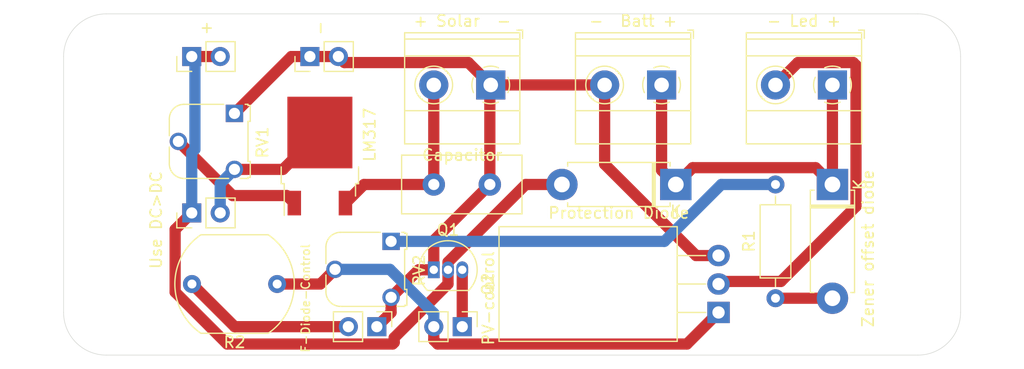
<source format=kicad_pcb>
(kicad_pcb (version 20171130) (host pcbnew 5.1.6)

  (general
    (thickness 1.6)
    (drawings 8)
    (tracks 73)
    (zones 0)
    (modules 22)
    (nets 13)
  )

  (page A4)
  (layers
    (0 F.Cu signal)
    (31 B.Cu signal)
    (32 B.Adhes user)
    (33 F.Adhes user)
    (34 B.Paste user)
    (35 F.Paste user)
    (36 B.SilkS user)
    (37 F.SilkS user)
    (38 B.Mask user)
    (39 F.Mask user)
    (40 Dwgs.User user)
    (41 Cmts.User user)
    (42 Eco1.User user)
    (43 Eco2.User user)
    (44 Edge.Cuts user)
    (45 Margin user)
    (46 B.CrtYd user)
    (47 F.CrtYd user)
    (48 B.Fab user)
    (49 F.Fab user)
  )

  (setup
    (last_trace_width 1)
    (user_trace_width 0.25)
    (user_trace_width 1)
    (trace_clearance 0.2)
    (zone_clearance 0.508)
    (zone_45_only no)
    (trace_min 0.2)
    (via_size 0.8)
    (via_drill 0.4)
    (via_min_size 0.4)
    (via_min_drill 0.3)
    (uvia_size 0.3)
    (uvia_drill 0.1)
    (uvias_allowed no)
    (uvia_min_size 0.2)
    (uvia_min_drill 0.1)
    (edge_width 0.05)
    (segment_width 0.2)
    (pcb_text_width 0.3)
    (pcb_text_size 1.5 1.5)
    (mod_edge_width 0.12)
    (mod_text_size 1 1)
    (mod_text_width 0.15)
    (pad_size 1.524 1.524)
    (pad_drill 0.762)
    (pad_to_mask_clearance 0.05)
    (aux_axis_origin 0 0)
    (visible_elements FFFFFF7F)
    (pcbplotparams
      (layerselection 0x010fc_ffffffff)
      (usegerberextensions false)
      (usegerberattributes true)
      (usegerberadvancedattributes true)
      (creategerberjobfile true)
      (excludeedgelayer true)
      (linewidth 0.100000)
      (plotframeref false)
      (viasonmask false)
      (mode 1)
      (useauxorigin false)
      (hpglpennumber 1)
      (hpglpenspeed 20)
      (hpglpendiameter 15.000000)
      (psnegative false)
      (psa4output false)
      (plotreference true)
      (plotvalue true)
      (plotinvisibletext false)
      (padsonsilk false)
      (subtractmaskfromsilk false)
      (outputformat 1)
      (mirror false)
      (drillshape 0)
      (scaleselection 1)
      (outputdirectory ""))
  )

  (net 0 "")
  (net 1 "Net-(C1-Pad2)")
  (net 2 "Net-(C1-Pad1)")
  (net 3 "Net-(D1-Pad2)")
  (net 4 "Net-(D1-Pad1)")
  (net 5 "Net-(D2-Pad2)")
  (net 6 "Net-(J4-Pad2)")
  (net 7 "Net-(J6-Pad2)")
  (net 8 "Net-(R1-Pad2)")
  (net 9 "Net-(RV1-Pad2)")
  (net 10 "Net-(J7-Pad2)")
  (net 11 "Net-(J8-Pad2)")
  (net 12 "Net-(J8-Pad1)")

  (net_class Default "This is the default net class."
    (clearance 0.2)
    (trace_width 0.25)
    (via_dia 0.8)
    (via_drill 0.4)
    (uvia_dia 0.3)
    (uvia_drill 0.1)
    (add_net "Net-(C1-Pad1)")
    (add_net "Net-(C1-Pad2)")
    (add_net "Net-(D1-Pad1)")
    (add_net "Net-(D1-Pad2)")
    (add_net "Net-(D2-Pad2)")
    (add_net "Net-(J4-Pad2)")
    (add_net "Net-(J6-Pad2)")
    (add_net "Net-(J7-Pad2)")
    (add_net "Net-(J8-Pad1)")
    (add_net "Net-(J8-Pad2)")
    (add_net "Net-(R1-Pad2)")
    (add_net "Net-(RV1-Pad2)")
  )

  (module MountingHole:MountingHole_3.2mm_M3 (layer F.Cu) (tedit 56D1B4CB) (tstamp 5FA70C09)
    (at 210.82 22.86)
    (descr "Mounting Hole 3.2mm, no annular, M3")
    (tags "mounting hole 3.2mm no annular m3")
    (attr virtual)
    (fp_text reference " " (at 0 -4.2) (layer F.SilkS)
      (effects (font (size 1 1) (thickness 0.15)))
    )
    (fp_text value MountingHole_3.2mm_M3 (at 0 4.2) (layer F.Fab)
      (effects (font (size 1 1) (thickness 0.15)))
    )
    (fp_circle (center 0 0) (end 3.45 0) (layer F.CrtYd) (width 0.05))
    (fp_circle (center 0 0) (end 3.2 0) (layer Cmts.User) (width 0.15))
    (fp_text user %R (at 0.3 0) (layer F.Fab)
      (effects (font (size 1 1) (thickness 0.15)))
    )
    (pad 1 np_thru_hole circle (at 0 0) (size 3.2 3.2) (drill 3.2) (layers *.Cu *.Mask))
  )

  (module MountingHole:MountingHole_3.2mm_M3 (layer F.Cu) (tedit 56D1B4CB) (tstamp 5FA70C02)
    (at 210.82 45.72)
    (descr "Mounting Hole 3.2mm, no annular, M3")
    (tags "mounting hole 3.2mm no annular m3")
    (attr virtual)
    (fp_text reference " " (at 0 -4.2) (layer F.SilkS)
      (effects (font (size 1 1) (thickness 0.15)))
    )
    (fp_text value MountingHole_3.2mm_M3 (at 0 4.2) (layer F.Fab)
      (effects (font (size 1 1) (thickness 0.15)))
    )
    (fp_text user %R (at 0.3 0) (layer F.Fab)
      (effects (font (size 1 1) (thickness 0.15)))
    )
    (fp_circle (center 0 0) (end 3.2 0) (layer Cmts.User) (width 0.15))
    (fp_circle (center 0 0) (end 3.45 0) (layer F.CrtYd) (width 0.05))
    (pad 1 np_thru_hole circle (at 0 0) (size 3.2 3.2) (drill 3.2) (layers *.Cu *.Mask))
  )

  (module MountingHole:MountingHole_3.2mm_M3 (layer F.Cu) (tedit 56D1B4CB) (tstamp 5FA70BDD)
    (at 138.43 45.72)
    (descr "Mounting Hole 3.2mm, no annular, M3")
    (tags "mounting hole 3.2mm no annular m3")
    (attr virtual)
    (fp_text reference " " (at 0 -4.2) (layer F.SilkS)
      (effects (font (size 1 1) (thickness 0.15)))
    )
    (fp_text value MountingHole_3.2mm_M3 (at 0 4.2) (layer F.Fab)
      (effects (font (size 1 1) (thickness 0.15)))
    )
    (fp_circle (center 0 0) (end 3.45 0) (layer F.CrtYd) (width 0.05))
    (fp_circle (center 0 0) (end 3.2 0) (layer Cmts.User) (width 0.15))
    (fp_text user %R (at 0.3 0) (layer F.Fab)
      (effects (font (size 1 1) (thickness 0.15)))
    )
    (pad 1 np_thru_hole circle (at 0 0) (size 3.2 3.2) (drill 3.2) (layers *.Cu *.Mask))
  )

  (module MountingHole:MountingHole_3.2mm_M3 (layer F.Cu) (tedit 56D1B4CB) (tstamp 5FA70BD4)
    (at 138.43 22.86)
    (descr "Mounting Hole 3.2mm, no annular, M3")
    (tags "mounting hole 3.2mm no annular m3")
    (attr virtual)
    (fp_text reference " " (at 0 -4.2) (layer F.SilkS)
      (effects (font (size 1 1) (thickness 0.15)))
    )
    (fp_text value MountingHole_3.2mm_M3 (at 0 4.2) (layer F.Fab)
      (effects (font (size 1 1) (thickness 0.15)))
    )
    (fp_text user %R (at 0.3 0) (layer F.Fab)
      (effects (font (size 1 1) (thickness 0.15)))
    )
    (fp_circle (center 0 0) (end 3.2 0) (layer Cmts.User) (width 0.15))
    (fp_circle (center 0 0) (end 3.45 0) (layer F.CrtYd) (width 0.05))
    (pad 1 np_thru_hole circle (at 0 0) (size 3.2 3.2) (drill 3.2) (layers *.Cu *.Mask))
  )

  (module Package_TO_SOT_THT:TO-220-3_Horizontal_TabDown (layer F.Cu) (tedit 5AC8BA0D) (tstamp 5FA3DF57)
    (at 193.04 45.72 90)
    (descr "TO-220-3, Horizontal, RM 2.54mm, see https://www.vishay.com/docs/66542/to-220-1.pdf")
    (tags "TO-220-3 Horizontal RM 2.54mm")
    (path /5FB3A206)
    (fp_text reference Q2 (at 2.54 -20.58 90) (layer F.SilkS)
      (effects (font (size 1 1) (thickness 0.15)))
    )
    (fp_text value IRLZ44N (at 2.54 2 90) (layer F.Fab)
      (effects (font (size 1 1) (thickness 0.15)))
    )
    (fp_text user IRFZ44N (at 2.54 -9.525 90) (layer F.Fab)
      (effects (font (size 1 1) (thickness 0.15)))
    )
    (fp_circle (center 2.54 -16.66) (end 4.39 -16.66) (layer F.Fab) (width 0.1))
    (fp_line (start -2.46 -13.06) (end -2.46 -19.46) (layer F.Fab) (width 0.1))
    (fp_line (start -2.46 -19.46) (end 7.54 -19.46) (layer F.Fab) (width 0.1))
    (fp_line (start 7.54 -19.46) (end 7.54 -13.06) (layer F.Fab) (width 0.1))
    (fp_line (start 7.54 -13.06) (end -2.46 -13.06) (layer F.Fab) (width 0.1))
    (fp_line (start -2.46 -3.81) (end -2.46 -13.06) (layer F.Fab) (width 0.1))
    (fp_line (start -2.46 -13.06) (end 7.54 -13.06) (layer F.Fab) (width 0.1))
    (fp_line (start 7.54 -13.06) (end 7.54 -3.81) (layer F.Fab) (width 0.1))
    (fp_line (start 7.54 -3.81) (end -2.46 -3.81) (layer F.Fab) (width 0.1))
    (fp_line (start 0 -3.81) (end 0 0) (layer F.Fab) (width 0.1))
    (fp_line (start 2.54 -3.81) (end 2.54 0) (layer F.Fab) (width 0.1))
    (fp_line (start 5.08 -3.81) (end 5.08 0) (layer F.Fab) (width 0.1))
    (fp_line (start -2.58 -3.69) (end 7.66 -3.69) (layer F.SilkS) (width 0.12))
    (fp_line (start -2.58 -19.58) (end 7.66 -19.58) (layer F.SilkS) (width 0.12))
    (fp_line (start -2.58 -19.58) (end -2.58 -3.69) (layer F.SilkS) (width 0.12))
    (fp_line (start 7.66 -19.58) (end 7.66 -3.69) (layer F.SilkS) (width 0.12))
    (fp_line (start 0 -3.69) (end 0 -1.15) (layer F.SilkS) (width 0.12))
    (fp_line (start 2.54 -3.69) (end 2.54 -1.15) (layer F.SilkS) (width 0.12))
    (fp_line (start 5.08 -3.69) (end 5.08 -1.15) (layer F.SilkS) (width 0.12))
    (fp_line (start -2.71 -19.71) (end -2.71 1.25) (layer F.CrtYd) (width 0.05))
    (fp_line (start -2.71 1.25) (end 7.79 1.25) (layer F.CrtYd) (width 0.05))
    (fp_line (start 7.79 1.25) (end 7.79 -19.71) (layer F.CrtYd) (width 0.05))
    (fp_line (start 7.79 -19.71) (end -2.71 -19.71) (layer F.CrtYd) (width 0.05))
    (pad 3 thru_hole oval (at 5.08 0 90) (size 1.905 2) (drill 1.1) (layers *.Cu *.Mask)
      (net 1 "Net-(C1-Pad2)"))
    (pad 2 thru_hole oval (at 2.54 0 90) (size 1.905 2) (drill 1.1) (layers *.Cu *.Mask)
      (net 7 "Net-(J6-Pad2)"))
    (pad 1 thru_hole rect (at 0 0 90) (size 1.905 2) (drill 1.1) (layers *.Cu *.Mask)
      (net 11 "Net-(J8-Pad2)"))
    (pad "" np_thru_hole oval (at 2.54 -16.66 90) (size 3.5 3.5) (drill 3.5) (layers *.Cu *.Mask))
    (model ${KISYS3DMOD}/Package_TO_SOT_THT.3dshapes/TO-220-3_Horizontal_TabDown.wrl
      (at (xyz 0 0 0))
      (scale (xyz 1 1 1))
      (rotate (xyz 0 0 0))
    )
  )

  (module Connector_PinHeader_2.54mm:PinHeader_1x02_P2.54mm_Vertical (layer F.Cu) (tedit 59FED5CC) (tstamp 5FA3820D)
    (at 170.18 46.99 270)
    (descr "Through hole straight pin header, 1x02, 2.54mm pitch, single row")
    (tags "Through hole pin header THT 1x02 2.54mm single row")
    (path /5FBA3342)
    (fp_text reference PV-control (at -2.54 -2.33 90) (layer F.SilkS)
      (effects (font (size 1 1) (thickness 0.15)))
    )
    (fp_text value Jumper (at 0 4.87 90) (layer F.Fab)
      (effects (font (size 1 1) (thickness 0.15)))
    )
    (fp_text user %R (at 0 1.27) (layer F.Fab)
      (effects (font (size 1 1) (thickness 0.15)))
    )
    (fp_line (start -0.635 -1.27) (end 1.27 -1.27) (layer F.Fab) (width 0.1))
    (fp_line (start 1.27 -1.27) (end 1.27 3.81) (layer F.Fab) (width 0.1))
    (fp_line (start 1.27 3.81) (end -1.27 3.81) (layer F.Fab) (width 0.1))
    (fp_line (start -1.27 3.81) (end -1.27 -0.635) (layer F.Fab) (width 0.1))
    (fp_line (start -1.27 -0.635) (end -0.635 -1.27) (layer F.Fab) (width 0.1))
    (fp_line (start -1.33 3.87) (end 1.33 3.87) (layer F.SilkS) (width 0.12))
    (fp_line (start -1.33 1.27) (end -1.33 3.87) (layer F.SilkS) (width 0.12))
    (fp_line (start 1.33 1.27) (end 1.33 3.87) (layer F.SilkS) (width 0.12))
    (fp_line (start -1.33 1.27) (end 1.33 1.27) (layer F.SilkS) (width 0.12))
    (fp_line (start -1.33 0) (end -1.33 -1.33) (layer F.SilkS) (width 0.12))
    (fp_line (start -1.33 -1.33) (end 0 -1.33) (layer F.SilkS) (width 0.12))
    (fp_line (start -1.8 -1.8) (end -1.8 4.35) (layer F.CrtYd) (width 0.05))
    (fp_line (start -1.8 4.35) (end 1.8 4.35) (layer F.CrtYd) (width 0.05))
    (fp_line (start 1.8 4.35) (end 1.8 -1.8) (layer F.CrtYd) (width 0.05))
    (fp_line (start 1.8 -1.8) (end -1.8 -1.8) (layer F.CrtYd) (width 0.05))
    (pad 2 thru_hole oval (at 0 2.54 270) (size 1.7 1.7) (drill 1) (layers *.Cu *.Mask)
      (net 11 "Net-(J8-Pad2)"))
    (pad 1 thru_hole rect (at 0 0 270) (size 1.7 1.7) (drill 1) (layers *.Cu *.Mask)
      (net 12 "Net-(J8-Pad1)"))
    (model ${KISYS3DMOD}/Connector_PinHeader_2.54mm.3dshapes/PinHeader_1x02_P2.54mm_Vertical.wrl
      (at (xyz 0 0 0))
      (scale (xyz 1 1 1))
      (rotate (xyz 0 0 0))
    )
  )

  (module Connector_PinHeader_2.54mm:PinHeader_1x02_P2.54mm_Vertical (layer F.Cu) (tedit 59FED5CC) (tstamp 5FA37997)
    (at 162.56 46.99 270)
    (descr "Through hole straight pin header, 1x02, 2.54mm pitch, single row")
    (tags "Through hole pin header THT 1x02 2.54mm single row")
    (path /5FBA003B)
    (fp_text reference F-Diode-Control (at -2.54 6.35 90) (layer F.SilkS)
      (effects (font (size 0.75 0.75) (thickness 0.125)))
    )
    (fp_text value Jumper (at 0 4.87 90) (layer F.Fab)
      (effects (font (size 1 1) (thickness 0.15)))
    )
    (fp_text user %R (at 0 1.27) (layer F.Fab)
      (effects (font (size 1 1) (thickness 0.15)))
    )
    (fp_line (start -0.635 -1.27) (end 1.27 -1.27) (layer F.Fab) (width 0.1))
    (fp_line (start 1.27 -1.27) (end 1.27 3.81) (layer F.Fab) (width 0.1))
    (fp_line (start 1.27 3.81) (end -1.27 3.81) (layer F.Fab) (width 0.1))
    (fp_line (start -1.27 3.81) (end -1.27 -0.635) (layer F.Fab) (width 0.1))
    (fp_line (start -1.27 -0.635) (end -0.635 -1.27) (layer F.Fab) (width 0.1))
    (fp_line (start -1.33 3.87) (end 1.33 3.87) (layer F.SilkS) (width 0.12))
    (fp_line (start -1.33 1.27) (end -1.33 3.87) (layer F.SilkS) (width 0.12))
    (fp_line (start 1.33 1.27) (end 1.33 3.87) (layer F.SilkS) (width 0.12))
    (fp_line (start -1.33 1.27) (end 1.33 1.27) (layer F.SilkS) (width 0.12))
    (fp_line (start -1.33 0) (end -1.33 -1.33) (layer F.SilkS) (width 0.12))
    (fp_line (start -1.33 -1.33) (end 0 -1.33) (layer F.SilkS) (width 0.12))
    (fp_line (start -1.8 -1.8) (end -1.8 4.35) (layer F.CrtYd) (width 0.05))
    (fp_line (start -1.8 4.35) (end 1.8 4.35) (layer F.CrtYd) (width 0.05))
    (fp_line (start 1.8 4.35) (end 1.8 -1.8) (layer F.CrtYd) (width 0.05))
    (fp_line (start 1.8 -1.8) (end -1.8 -1.8) (layer F.CrtYd) (width 0.05))
    (pad 2 thru_hole oval (at 0 2.54 270) (size 1.7 1.7) (drill 1) (layers *.Cu *.Mask)
      (net 10 "Net-(J7-Pad2)"))
    (pad 1 thru_hole rect (at 0 0 270) (size 1.7 1.7) (drill 1) (layers *.Cu *.Mask)
      (net 1 "Net-(C1-Pad2)"))
    (model ${KISYS3DMOD}/Connector_PinHeader_2.54mm.3dshapes/PinHeader_1x02_P2.54mm_Vertical.wrl
      (at (xyz 0 0 0))
      (scale (xyz 1 1 1))
      (rotate (xyz 0 0 0))
    )
  )

  (module Package_TO_SOT_SMD:TO-252-2 (layer F.Cu) (tedit 5A70A390) (tstamp 5FA34BA3)
    (at 157.48 31.75 90)
    (descr "TO-252 / DPAK SMD package, http://www.infineon.com/cms/en/product/packages/PG-TO252/PG-TO252-3-1/")
    (tags "DPAK TO-252 DPAK-3 TO-252-3 SOT-428")
    (path /5FB740CC)
    (attr smd)
    (fp_text reference LM317 (at 1.905 4.445 90) (layer F.SilkS)
      (effects (font (size 1 1) (thickness 0.15)))
    )
    (fp_text value LM317_TO-252 (at 0 4.5 90) (layer F.Fab)
      (effects (font (size 1 1) (thickness 0.15)))
    )
    (fp_text user %R (at 0 0 90) (layer F.Fab)
      (effects (font (size 1 1) (thickness 0.15)))
    )
    (fp_line (start 3.95 -2.7) (end 4.95 -2.7) (layer F.Fab) (width 0.1))
    (fp_line (start 4.95 -2.7) (end 4.95 2.7) (layer F.Fab) (width 0.1))
    (fp_line (start 4.95 2.7) (end 3.95 2.7) (layer F.Fab) (width 0.1))
    (fp_line (start 3.95 -3.25) (end 3.95 3.25) (layer F.Fab) (width 0.1))
    (fp_line (start 3.95 3.25) (end -2.27 3.25) (layer F.Fab) (width 0.1))
    (fp_line (start -2.27 3.25) (end -2.27 -2.25) (layer F.Fab) (width 0.1))
    (fp_line (start -2.27 -2.25) (end -1.27 -3.25) (layer F.Fab) (width 0.1))
    (fp_line (start -1.27 -3.25) (end 3.95 -3.25) (layer F.Fab) (width 0.1))
    (fp_line (start -1.865 -2.655) (end -4.97 -2.655) (layer F.Fab) (width 0.1))
    (fp_line (start -4.97 -2.655) (end -4.97 -1.905) (layer F.Fab) (width 0.1))
    (fp_line (start -4.97 -1.905) (end -2.27 -1.905) (layer F.Fab) (width 0.1))
    (fp_line (start -2.27 1.905) (end -4.97 1.905) (layer F.Fab) (width 0.1))
    (fp_line (start -4.97 1.905) (end -4.97 2.655) (layer F.Fab) (width 0.1))
    (fp_line (start -4.97 2.655) (end -2.27 2.655) (layer F.Fab) (width 0.1))
    (fp_line (start -0.97 -3.45) (end -2.47 -3.45) (layer F.SilkS) (width 0.12))
    (fp_line (start -2.47 -3.45) (end -2.47 -3.18) (layer F.SilkS) (width 0.12))
    (fp_line (start -2.47 -3.18) (end -5.3 -3.18) (layer F.SilkS) (width 0.12))
    (fp_line (start -0.97 3.45) (end -2.47 3.45) (layer F.SilkS) (width 0.12))
    (fp_line (start -2.47 3.45) (end -2.47 3.18) (layer F.SilkS) (width 0.12))
    (fp_line (start -2.47 3.18) (end -3.57 3.18) (layer F.SilkS) (width 0.12))
    (fp_line (start -5.55 -3.5) (end -5.55 3.5) (layer F.CrtYd) (width 0.05))
    (fp_line (start -5.55 3.5) (end 5.55 3.5) (layer F.CrtYd) (width 0.05))
    (fp_line (start 5.55 3.5) (end 5.55 -3.5) (layer F.CrtYd) (width 0.05))
    (fp_line (start 5.55 -3.5) (end -5.55 -3.5) (layer F.CrtYd) (width 0.05))
    (pad "" smd rect (at 0.425 1.525 90) (size 3.05 2.75) (layers F.Paste))
    (pad "" smd rect (at 3.775 -1.525 90) (size 3.05 2.75) (layers F.Paste))
    (pad "" smd rect (at 0.425 -1.525 90) (size 3.05 2.75) (layers F.Paste))
    (pad "" smd rect (at 3.775 1.525 90) (size 3.05 2.75) (layers F.Paste))
    (pad 2 smd rect (at 2.1 0 90) (size 6.4 5.8) (layers F.Cu F.Mask)
      (net 6 "Net-(J4-Pad2)"))
    (pad 3 smd rect (at -4.2 2.28 90) (size 2.2 1.2) (layers F.Cu F.Paste F.Mask)
      (net 2 "Net-(C1-Pad1)"))
    (pad 1 smd rect (at -4.2 -2.28 90) (size 2.2 1.2) (layers F.Cu F.Paste F.Mask)
      (net 9 "Net-(RV1-Pad2)"))
    (model ${KISYS3DMOD}/Package_TO_SOT_SMD.3dshapes/TO-252-2.wrl
      (at (xyz 0 0 0))
      (scale (xyz 1 1 1))
      (rotate (xyz 0 0 0))
    )
  )

  (module Potentiometer_THT:Potentiometer_Runtron_RM-065_Vertical (layer F.Cu) (tedit 5BF6754C) (tstamp 5FA34B7F)
    (at 163.83 39.37 270)
    (descr "Potentiometer, vertical, Trimmer, RM-065 http://www.runtron.com/down/PDF%20Datasheet/Carbon%20Film%20Potentiometer/RM065%20RM063.pdf")
    (tags "Potentiometer Trimmer RM-065")
    (path /5FB325EB)
    (fp_text reference RV2 (at 2.6 -2.5 90) (layer F.SilkS)
      (effects (font (size 1 1) (thickness 0.15)))
    )
    (fp_text value R_POT (at 2.6 7.4 90) (layer F.Fab)
      (effects (font (size 1 1) (thickness 0.15)))
    )
    (fp_text user %R (at 2.54 2.54 90) (layer F.Fab)
      (effects (font (size 1 1) (thickness 0.15)))
    )
    (fp_arc (start 4.5 4.5) (end 4.5 5.7) (angle -90) (layer F.Fab) (width 0.1))
    (fp_arc (start 0.5 4.5) (end -0.7 4.5) (angle -90) (layer F.Fab) (width 0.1))
    (fp_arc (start 0.5 4.5) (end -0.81 4.5) (angle -90) (layer F.SilkS) (width 0.12))
    (fp_arc (start 4.5 4.5) (end 4.5 5.81) (angle -90) (layer F.SilkS) (width 0.12))
    (fp_line (start 5.81 -1.21) (end 5.81 -0.52) (layer F.SilkS) (width 0.12))
    (fp_line (start 5.71 -1.21) (end 5.81 -1.21) (layer F.SilkS) (width 0.12))
    (fp_line (start -0.81 -1.21) (end -0.81 -0.96) (layer F.SilkS) (width 0.12))
    (fp_line (start -0.71 -1.21) (end -0.81 -1.21) (layer F.SilkS) (width 0.12))
    (fp_line (start -0.71 -1.41) (end -0.71 -1.21) (layer F.SilkS) (width 0.12))
    (fp_line (start 0.71 -1.21) (end 0.71 -1.41) (layer F.SilkS) (width 0.12))
    (fp_circle (center 2.5 2.5) (end 5.5 2.5) (layer F.Fab) (width 0.1))
    (fp_line (start -1.03 -1.55) (end 6.03 -1.55) (layer F.CrtYd) (width 0.05))
    (fp_line (start -1.03 -1.55) (end -1.03 6.05) (layer F.CrtYd) (width 0.05))
    (fp_line (start 6.03 6.05) (end 6.03 -1.55) (layer F.CrtYd) (width 0.05))
    (fp_line (start 6.05 6.03) (end -1.05 6.03) (layer F.CrtYd) (width 0.05))
    (fp_line (start 5.7 -1.1) (end -0.7 -1.1) (layer F.Fab) (width 0.1))
    (fp_line (start 4.4 -1.3) (end 4.4 -1.1) (layer F.Fab) (width 0.1))
    (fp_line (start 5.6 -1.3) (end 4.41 -1.3) (layer F.Fab) (width 0.1))
    (fp_line (start 5.6 -1.1) (end 5.6 -1.3) (layer F.Fab) (width 0.1))
    (fp_line (start 0.6 -1.3) (end 0.6 -1.1) (layer F.Fab) (width 0.1))
    (fp_line (start -0.6 -1.3) (end 0.6 -1.3) (layer F.Fab) (width 0.1))
    (fp_line (start -0.6 -1.1) (end -0.6 -1.3) (layer F.Fab) (width 0.1))
    (fp_line (start -0.7 4.5) (end -0.7 -1.1) (layer F.Fab) (width 0.1))
    (fp_line (start 5.7 4.5) (end 5.7 -1.1) (layer F.Fab) (width 0.1))
    (fp_line (start 0.5 5.7) (end 4.5 5.7) (layer F.Fab) (width 0.1))
    (fp_line (start 4.5 5.81) (end 3.01 5.81) (layer F.SilkS) (width 0.12))
    (fp_line (start 5.81 0.52) (end 5.81 4.5) (layer F.SilkS) (width 0.12))
    (fp_line (start -0.81 4.5) (end -0.81 0.96) (layer F.SilkS) (width 0.12))
    (fp_line (start 1.99 5.81) (end 0.5 5.81) (layer F.SilkS) (width 0.12))
    (fp_line (start 5.71 -1.41) (end 5.71 -1.21) (layer F.SilkS) (width 0.12))
    (fp_line (start 4.29 -1.41) (end 5.71 -1.41) (layer F.SilkS) (width 0.12))
    (fp_line (start 4.29 -1.21) (end 4.29 -1.41) (layer F.SilkS) (width 0.12))
    (fp_line (start 0.71 -1.21) (end 4.29 -1.21) (layer F.SilkS) (width 0.12))
    (fp_line (start -0.71 -1.41) (end 0.71 -1.41) (layer F.SilkS) (width 0.12))
    (pad 2 thru_hole circle (at 2.5 5 270) (size 1.55 1.55) (drill 1) (layers *.Cu *.Mask)
      (net 11 "Net-(J8-Pad2)"))
    (pad 1 thru_hole rect (at 0 0 270) (size 1.55 1.55) (drill 1) (layers *.Cu *.Mask)
      (net 8 "Net-(R1-Pad2)"))
    (pad 3 thru_hole circle (at 5 0 270) (size 1.55 1.55) (drill 1) (layers *.Cu *.Mask)
      (net 1 "Net-(C1-Pad2)"))
    (model ${KISYS3DMOD}/Potentiometer_THT.3dshapes/Potentiometer_Runtron_RM-065_Vertical.wrl
      (at (xyz 0 0 0))
      (scale (xyz 1 1 1))
      (rotate (xyz 0 0 0))
    )
  )

  (module Potentiometer_THT:Potentiometer_Runtron_RM-065_Vertical (layer F.Cu) (tedit 5BF6754C) (tstamp 5FA34B55)
    (at 149.86 27.94 270)
    (descr "Potentiometer, vertical, Trimmer, RM-065 http://www.runtron.com/down/PDF%20Datasheet/Carbon%20Film%20Potentiometer/RM065%20RM063.pdf")
    (tags "Potentiometer Trimmer RM-065")
    (path /5FB83157)
    (fp_text reference RV1 (at 2.6 -2.5 90) (layer F.SilkS)
      (effects (font (size 1 1) (thickness 0.15)))
    )
    (fp_text value R_POT (at 2.6 7.4 90) (layer F.Fab)
      (effects (font (size 1 1) (thickness 0.15)))
    )
    (fp_text user %R (at 2.5 2.5 90) (layer F.Fab)
      (effects (font (size 1 1) (thickness 0.15)))
    )
    (fp_arc (start 4.5 4.5) (end 4.5 5.7) (angle -90) (layer F.Fab) (width 0.1))
    (fp_arc (start 0.5 4.5) (end -0.7 4.5) (angle -90) (layer F.Fab) (width 0.1))
    (fp_arc (start 0.5 4.5) (end -0.81 4.5) (angle -90) (layer F.SilkS) (width 0.12))
    (fp_arc (start 4.5 4.5) (end 4.5 5.81) (angle -90) (layer F.SilkS) (width 0.12))
    (fp_line (start 5.81 -1.21) (end 5.81 -0.52) (layer F.SilkS) (width 0.12))
    (fp_line (start 5.71 -1.21) (end 5.81 -1.21) (layer F.SilkS) (width 0.12))
    (fp_line (start -0.81 -1.21) (end -0.81 -0.96) (layer F.SilkS) (width 0.12))
    (fp_line (start -0.71 -1.21) (end -0.81 -1.21) (layer F.SilkS) (width 0.12))
    (fp_line (start -0.71 -1.41) (end -0.71 -1.21) (layer F.SilkS) (width 0.12))
    (fp_line (start 0.71 -1.21) (end 0.71 -1.41) (layer F.SilkS) (width 0.12))
    (fp_circle (center 2.5 2.5) (end 5.5 2.5) (layer F.Fab) (width 0.1))
    (fp_line (start -1.03 -1.55) (end 6.03 -1.55) (layer F.CrtYd) (width 0.05))
    (fp_line (start -1.03 -1.55) (end -1.03 6.05) (layer F.CrtYd) (width 0.05))
    (fp_line (start 6.03 6.05) (end 6.03 -1.55) (layer F.CrtYd) (width 0.05))
    (fp_line (start 6.05 6.03) (end -1.05 6.03) (layer F.CrtYd) (width 0.05))
    (fp_line (start 5.7 -1.1) (end -0.7 -1.1) (layer F.Fab) (width 0.1))
    (fp_line (start 4.4 -1.3) (end 4.4 -1.1) (layer F.Fab) (width 0.1))
    (fp_line (start 5.6 -1.3) (end 4.41 -1.3) (layer F.Fab) (width 0.1))
    (fp_line (start 5.6 -1.1) (end 5.6 -1.3) (layer F.Fab) (width 0.1))
    (fp_line (start 0.6 -1.3) (end 0.6 -1.1) (layer F.Fab) (width 0.1))
    (fp_line (start -0.6 -1.3) (end 0.6 -1.3) (layer F.Fab) (width 0.1))
    (fp_line (start -0.6 -1.1) (end -0.6 -1.3) (layer F.Fab) (width 0.1))
    (fp_line (start -0.7 4.5) (end -0.7 -1.1) (layer F.Fab) (width 0.1))
    (fp_line (start 5.7 4.5) (end 5.7 -1.1) (layer F.Fab) (width 0.1))
    (fp_line (start 0.5 5.7) (end 4.5 5.7) (layer F.Fab) (width 0.1))
    (fp_line (start 4.5 5.81) (end 3.01 5.81) (layer F.SilkS) (width 0.12))
    (fp_line (start 5.81 0.52) (end 5.81 4.5) (layer F.SilkS) (width 0.12))
    (fp_line (start -0.81 4.5) (end -0.81 0.96) (layer F.SilkS) (width 0.12))
    (fp_line (start 1.99 5.81) (end 0.5 5.81) (layer F.SilkS) (width 0.12))
    (fp_line (start 5.71 -1.41) (end 5.71 -1.21) (layer F.SilkS) (width 0.12))
    (fp_line (start 4.29 -1.41) (end 5.71 -1.41) (layer F.SilkS) (width 0.12))
    (fp_line (start 4.29 -1.21) (end 4.29 -1.41) (layer F.SilkS) (width 0.12))
    (fp_line (start 0.71 -1.21) (end 4.29 -1.21) (layer F.SilkS) (width 0.12))
    (fp_line (start -0.71 -1.41) (end 0.71 -1.41) (layer F.SilkS) (width 0.12))
    (pad 2 thru_hole circle (at 2.5 5 270) (size 1.55 1.55) (drill 1) (layers *.Cu *.Mask)
      (net 9 "Net-(RV1-Pad2)"))
    (pad 1 thru_hole rect (at 0 0 270) (size 1.55 1.55) (drill 1) (layers *.Cu *.Mask)
      (net 1 "Net-(C1-Pad2)"))
    (pad 3 thru_hole circle (at 5 0 270) (size 1.55 1.55) (drill 1) (layers *.Cu *.Mask)
      (net 6 "Net-(J4-Pad2)"))
    (model ${KISYS3DMOD}/Potentiometer_THT.3dshapes/Potentiometer_Runtron_RM-065_Vertical.wrl
      (at (xyz 0 0 0))
      (scale (xyz 1 1 1))
      (rotate (xyz 0 0 0))
    )
  )

  (module OptoDevice:R_LDR_10x8.5mm_P7.6mm_Vertical (layer F.Cu) (tedit 5B860466) (tstamp 5FA34B2B)
    (at 153.67 43.18 180)
    (descr "Resistor, LDR 10x8.5mm")
    (tags "Resistor LDR10.8.5mm")
    (path /5FB334C0)
    (fp_text reference R2 (at 3.8 -5.2) (layer F.SilkS)
      (effects (font (size 1 1) (thickness 0.15)))
    )
    (fp_text value LDR03 (at 3.7 5.2) (layer F.Fab)
      (effects (font (size 1 1) (thickness 0.15)))
    )
    (fp_arc (start 3.8 0) (end 0.8 4.25) (angle 109) (layer F.Fab) (width 0.1))
    (fp_arc (start 3.8 0) (end 6.8 -4.25) (angle 109) (layer F.Fab) (width 0.1))
    (fp_arc (start 3.8 0) (end 6.8 -4.4) (angle 111) (layer F.SilkS) (width 0.12))
    (fp_arc (start 3.8 0) (end 0.8 4.4) (angle 111) (layer F.SilkS) (width 0.12))
    (fp_text user %R (at 3.8 -2.5) (layer F.Fab)
      (effects (font (size 1 1) (thickness 0.15)))
    )
    (fp_line (start 0.8 4.4) (end 6.8 4.4) (layer F.SilkS) (width 0.12))
    (fp_line (start 0.8 -4.4) (end 6.8 -4.4) (layer F.SilkS) (width 0.12))
    (fp_line (start 2.9 -1.8) (end 4.7 -1.8) (layer F.Fab) (width 0.1))
    (fp_line (start 4.7 -1.8) (end 4.7 -1.2) (layer F.Fab) (width 0.1))
    (fp_line (start 4.7 -1.2) (end 2.9 -1.2) (layer F.Fab) (width 0.1))
    (fp_line (start 2.9 -1.2) (end 2.9 -0.6) (layer F.Fab) (width 0.1))
    (fp_line (start 2.9 -0.6) (end 4.7 -0.6) (layer F.Fab) (width 0.1))
    (fp_line (start 4.7 -0.6) (end 4.7 0) (layer F.Fab) (width 0.1))
    (fp_line (start 4.7 0) (end 2.9 0) (layer F.Fab) (width 0.1))
    (fp_line (start 2.9 0) (end 2.9 0.6) (layer F.Fab) (width 0.1))
    (fp_line (start 2.9 0.6) (end 4.7 0.6) (layer F.Fab) (width 0.1))
    (fp_line (start 4.7 0.6) (end 4.7 1.2) (layer F.Fab) (width 0.1))
    (fp_line (start 4.7 1.2) (end 2.9 1.2) (layer F.Fab) (width 0.1))
    (fp_line (start 2.9 1.2) (end 2.9 1.8) (layer F.Fab) (width 0.1))
    (fp_line (start 2.9 1.8) (end 4.7 1.8) (layer F.Fab) (width 0.1))
    (fp_line (start 6.8 4.25) (end 0.8 4.25) (layer F.Fab) (width 0.1))
    (fp_line (start 0.8 -4.25) (end 6.8 -4.25) (layer F.Fab) (width 0.1))
    (fp_line (start -1.65 -4.5) (end 9.25 -4.5) (layer F.CrtYd) (width 0.05))
    (fp_line (start -1.65 -4.5) (end -1.65 4.5) (layer F.CrtYd) (width 0.05))
    (fp_line (start 9.25 4.5) (end 9.25 -4.5) (layer F.CrtYd) (width 0.05))
    (fp_line (start 9.25 4.5) (end -1.65 4.5) (layer F.CrtYd) (width 0.05))
    (pad 2 thru_hole circle (at 7.6 0 180) (size 1.6 1.6) (drill 0.8) (layers *.Cu *.Mask)
      (net 10 "Net-(J7-Pad2)"))
    (pad 1 thru_hole circle (at 0 0 180) (size 1.6 1.6) (drill 0.8) (layers *.Cu *.Mask)
      (net 11 "Net-(J8-Pad2)"))
    (model ${KISYS3DMOD}/OptoDevice.3dshapes/R_LDR_10x8.5mm_P7.6mm_Vertical.wrl
      (at (xyz 0 0 0))
      (scale (xyz 1 1 1))
      (rotate (xyz 0 0 0))
    )
  )

  (module Resistor_THT:R_Axial_DIN0207_L6.3mm_D2.5mm_P10.16mm_Horizontal locked (layer F.Cu) (tedit 5AE5139B) (tstamp 5FA34B0B)
    (at 198.12 44.45 90)
    (descr "Resistor, Axial_DIN0207 series, Axial, Horizontal, pin pitch=10.16mm, 0.25W = 1/4W, length*diameter=6.3*2.5mm^2, http://cdn-reichelt.de/documents/datenblatt/B400/1_4W%23YAG.pdf")
    (tags "Resistor Axial_DIN0207 series Axial Horizontal pin pitch 10.16mm 0.25W = 1/4W length 6.3mm diameter 2.5mm")
    (path /5FB32DD4)
    (fp_text reference R1 (at 5.08 -2.37 90) (layer F.SilkS)
      (effects (font (size 1 1) (thickness 0.15)))
    )
    (fp_text value R (at 5.08 2.37 90) (layer F.Fab)
      (effects (font (size 1 1) (thickness 0.15)))
    )
    (fp_text user %R (at 5.08 0 90) (layer F.Fab)
      (effects (font (size 1 1) (thickness 0.15)))
    )
    (fp_line (start 1.93 -1.25) (end 1.93 1.25) (layer F.Fab) (width 0.1))
    (fp_line (start 1.93 1.25) (end 8.23 1.25) (layer F.Fab) (width 0.1))
    (fp_line (start 8.23 1.25) (end 8.23 -1.25) (layer F.Fab) (width 0.1))
    (fp_line (start 8.23 -1.25) (end 1.93 -1.25) (layer F.Fab) (width 0.1))
    (fp_line (start 0 0) (end 1.93 0) (layer F.Fab) (width 0.1))
    (fp_line (start 10.16 0) (end 8.23 0) (layer F.Fab) (width 0.1))
    (fp_line (start 1.81 -1.37) (end 1.81 1.37) (layer F.SilkS) (width 0.12))
    (fp_line (start 1.81 1.37) (end 8.35 1.37) (layer F.SilkS) (width 0.12))
    (fp_line (start 8.35 1.37) (end 8.35 -1.37) (layer F.SilkS) (width 0.12))
    (fp_line (start 8.35 -1.37) (end 1.81 -1.37) (layer F.SilkS) (width 0.12))
    (fp_line (start 1.04 0) (end 1.81 0) (layer F.SilkS) (width 0.12))
    (fp_line (start 9.12 0) (end 8.35 0) (layer F.SilkS) (width 0.12))
    (fp_line (start -1.05 -1.5) (end -1.05 1.5) (layer F.CrtYd) (width 0.05))
    (fp_line (start -1.05 1.5) (end 11.21 1.5) (layer F.CrtYd) (width 0.05))
    (fp_line (start 11.21 1.5) (end 11.21 -1.5) (layer F.CrtYd) (width 0.05))
    (fp_line (start 11.21 -1.5) (end -1.05 -1.5) (layer F.CrtYd) (width 0.05))
    (pad 2 thru_hole oval (at 10.16 0 90) (size 1.6 1.6) (drill 0.8) (layers *.Cu *.Mask)
      (net 8 "Net-(R1-Pad2)"))
    (pad 1 thru_hole circle (at 0 0 90) (size 1.6 1.6) (drill 0.8) (layers *.Cu *.Mask)
      (net 5 "Net-(D2-Pad2)"))
    (model ${KISYS3DMOD}/Resistor_THT.3dshapes/R_Axial_DIN0207_L6.3mm_D2.5mm_P10.16mm_Horizontal.wrl
      (at (xyz 0 0 0))
      (scale (xyz 1 1 1))
      (rotate (xyz 0 0 0))
    )
  )

  (module Package_TO_SOT_THT:TO-92_Inline (layer F.Cu) (tedit 5A1DD157) (tstamp 5FA34ADA)
    (at 167.64 41.91)
    (descr "TO-92 leads in-line, narrow, oval pads, drill 0.75mm (see NXP sot054_po.pdf)")
    (tags "to-92 sc-43 sc-43a sot54 PA33 transistor")
    (path /5FB30386)
    (fp_text reference Q1 (at 1.27 -3.56) (layer F.SilkS)
      (effects (font (size 1 1) (thickness 0.15)))
    )
    (fp_text value 2N7000 (at 1.27 2.79) (layer F.Fab)
      (effects (font (size 1 1) (thickness 0.15)))
    )
    (fp_arc (start 1.27 0) (end 1.27 -2.6) (angle 135) (layer F.SilkS) (width 0.12))
    (fp_arc (start 1.27 0) (end 1.27 -2.48) (angle -135) (layer F.Fab) (width 0.1))
    (fp_arc (start 1.27 0) (end 1.27 -2.6) (angle -135) (layer F.SilkS) (width 0.12))
    (fp_arc (start 1.27 0) (end 1.27 -2.48) (angle 135) (layer F.Fab) (width 0.1))
    (fp_text user %R (at 1.27 -3.56) (layer F.Fab)
      (effects (font (size 1 1) (thickness 0.15)))
    )
    (fp_line (start -0.53 1.85) (end 3.07 1.85) (layer F.SilkS) (width 0.12))
    (fp_line (start -0.5 1.75) (end 3 1.75) (layer F.Fab) (width 0.1))
    (fp_line (start -1.46 -2.73) (end 4 -2.73) (layer F.CrtYd) (width 0.05))
    (fp_line (start -1.46 -2.73) (end -1.46 2.01) (layer F.CrtYd) (width 0.05))
    (fp_line (start 4 2.01) (end 4 -2.73) (layer F.CrtYd) (width 0.05))
    (fp_line (start 4 2.01) (end -1.46 2.01) (layer F.CrtYd) (width 0.05))
    (pad 1 thru_hole rect (at 0 0) (size 1.05 1.5) (drill 0.75) (layers *.Cu *.Mask)
      (net 1 "Net-(C1-Pad2)"))
    (pad 3 thru_hole oval (at 2.54 0) (size 1.05 1.5) (drill 0.75) (layers *.Cu *.Mask)
      (net 12 "Net-(J8-Pad1)"))
    (pad 2 thru_hole oval (at 1.27 0) (size 1.05 1.5) (drill 0.75) (layers *.Cu *.Mask)
      (net 3 "Net-(D1-Pad2)"))
    (model ${KISYS3DMOD}/Package_TO_SOT_THT.3dshapes/TO-92_Inline.wrl
      (at (xyz 0 0 0))
      (scale (xyz 1 1 1))
      (rotate (xyz 0 0 0))
    )
  )

  (module TerminalBlock_Phoenix:TerminalBlock_Phoenix_MKDS-1,5-2-5.08_1x02_P5.08mm_Horizontal (layer F.Cu) (tedit 5B294EBC) (tstamp 5FA34AC8)
    (at 203.2 25.4 180)
    (descr "Terminal Block Phoenix MKDS-1,5-2-5.08, 2 pins, pitch 5.08mm, size 10.2x9.8mm^2, drill diamater 1.3mm, pad diameter 2.6mm, see http://www.farnell.com/datasheets/100425.pdf, script-generated using https://github.com/pointhi/kicad-footprint-generator/scripts/TerminalBlock_Phoenix")
    (tags "THT Terminal Block Phoenix MKDS-1,5-2-5.08 pitch 5.08mm size 10.2x9.8mm^2 drill 1.3mm pad 2.6mm")
    (path /5FB2EC0F)
    (fp_text reference "- Led +" (at 2.54 5.715) (layer F.SilkS)
      (effects (font (size 1 1) (thickness 0.15)))
    )
    (fp_text value "Led Terminal" (at 2.54 5.66) (layer F.Fab)
      (effects (font (size 1 1) (thickness 0.15)))
    )
    (fp_text user %R (at 2.54 3.2) (layer F.Fab)
      (effects (font (size 1 1) (thickness 0.15)))
    )
    (fp_arc (start 0 0) (end -0.684 1.535) (angle -25) (layer F.SilkS) (width 0.12))
    (fp_arc (start 0 0) (end -1.535 -0.684) (angle -48) (layer F.SilkS) (width 0.12))
    (fp_arc (start 0 0) (end 0.684 -1.535) (angle -48) (layer F.SilkS) (width 0.12))
    (fp_arc (start 0 0) (end 1.535 0.684) (angle -48) (layer F.SilkS) (width 0.12))
    (fp_arc (start 0 0) (end 0 1.68) (angle -24) (layer F.SilkS) (width 0.12))
    (fp_circle (center 0 0) (end 1.5 0) (layer F.Fab) (width 0.1))
    (fp_circle (center 5.08 0) (end 6.58 0) (layer F.Fab) (width 0.1))
    (fp_circle (center 5.08 0) (end 6.76 0) (layer F.SilkS) (width 0.12))
    (fp_line (start -2.54 -5.2) (end 7.62 -5.2) (layer F.Fab) (width 0.1))
    (fp_line (start 7.62 -5.2) (end 7.62 4.6) (layer F.Fab) (width 0.1))
    (fp_line (start 7.62 4.6) (end -2.04 4.6) (layer F.Fab) (width 0.1))
    (fp_line (start -2.04 4.6) (end -2.54 4.1) (layer F.Fab) (width 0.1))
    (fp_line (start -2.54 4.1) (end -2.54 -5.2) (layer F.Fab) (width 0.1))
    (fp_line (start -2.54 4.1) (end 7.62 4.1) (layer F.Fab) (width 0.1))
    (fp_line (start -2.6 4.1) (end 7.68 4.1) (layer F.SilkS) (width 0.12))
    (fp_line (start -2.54 2.6) (end 7.62 2.6) (layer F.Fab) (width 0.1))
    (fp_line (start -2.6 2.6) (end 7.68 2.6) (layer F.SilkS) (width 0.12))
    (fp_line (start -2.54 -2.3) (end 7.62 -2.3) (layer F.Fab) (width 0.1))
    (fp_line (start -2.6 -2.301) (end 7.68 -2.301) (layer F.SilkS) (width 0.12))
    (fp_line (start -2.6 -5.261) (end 7.68 -5.261) (layer F.SilkS) (width 0.12))
    (fp_line (start -2.6 4.66) (end 7.68 4.66) (layer F.SilkS) (width 0.12))
    (fp_line (start -2.6 -5.261) (end -2.6 4.66) (layer F.SilkS) (width 0.12))
    (fp_line (start 7.68 -5.261) (end 7.68 4.66) (layer F.SilkS) (width 0.12))
    (fp_line (start 1.138 -0.955) (end -0.955 1.138) (layer F.Fab) (width 0.1))
    (fp_line (start 0.955 -1.138) (end -1.138 0.955) (layer F.Fab) (width 0.1))
    (fp_line (start 6.218 -0.955) (end 4.126 1.138) (layer F.Fab) (width 0.1))
    (fp_line (start 6.035 -1.138) (end 3.943 0.955) (layer F.Fab) (width 0.1))
    (fp_line (start 6.355 -1.069) (end 6.308 -1.023) (layer F.SilkS) (width 0.12))
    (fp_line (start 4.046 1.239) (end 4.011 1.274) (layer F.SilkS) (width 0.12))
    (fp_line (start 6.15 -1.275) (end 6.115 -1.239) (layer F.SilkS) (width 0.12))
    (fp_line (start 3.853 1.023) (end 3.806 1.069) (layer F.SilkS) (width 0.12))
    (fp_line (start -2.84 4.16) (end -2.84 4.9) (layer F.SilkS) (width 0.12))
    (fp_line (start -2.84 4.9) (end -2.34 4.9) (layer F.SilkS) (width 0.12))
    (fp_line (start -3.04 -5.71) (end -3.04 5.1) (layer F.CrtYd) (width 0.05))
    (fp_line (start -3.04 5.1) (end 8.13 5.1) (layer F.CrtYd) (width 0.05))
    (fp_line (start 8.13 5.1) (end 8.13 -5.71) (layer F.CrtYd) (width 0.05))
    (fp_line (start 8.13 -5.71) (end -3.04 -5.71) (layer F.CrtYd) (width 0.05))
    (pad 2 thru_hole circle (at 5.08 0 180) (size 2.6 2.6) (drill 1.3) (layers *.Cu *.Mask)
      (net 7 "Net-(J6-Pad2)"))
    (pad 1 thru_hole rect (at 0 0 180) (size 2.6 2.6) (drill 1.3) (layers *.Cu *.Mask)
      (net 4 "Net-(D1-Pad1)"))
    (model ${KISYS3DMOD}/TerminalBlock_Phoenix.3dshapes/TerminalBlock_Phoenix_MKDS-1,5-2-5.08_1x02_P5.08mm_Horizontal.wrl
      (at (xyz 0 0 0))
      (scale (xyz 1 1 1))
      (rotate (xyz 0 0 0))
    )
  )

  (module TerminalBlock_Phoenix:TerminalBlock_Phoenix_MKDS-1,5-2-5.08_1x02_P5.08mm_Horizontal (layer F.Cu) (tedit 5B294EBC) (tstamp 5FA34A9C)
    (at 187.96 25.4 180)
    (descr "Terminal Block Phoenix MKDS-1,5-2-5.08, 2 pins, pitch 5.08mm, size 10.2x9.8mm^2, drill diamater 1.3mm, pad diameter 2.6mm, see http://www.farnell.com/datasheets/100425.pdf, script-generated using https://github.com/pointhi/kicad-footprint-generator/scripts/TerminalBlock_Phoenix")
    (tags "THT Terminal Block Phoenix MKDS-1,5-2-5.08 pitch 5.08mm size 10.2x9.8mm^2 drill 1.3mm pad 2.6mm")
    (path /5FB2E61A)
    (fp_text reference "-  Batt +" (at 2.54 5.715) (layer F.SilkS)
      (effects (font (size 1 1) (thickness 0.15)))
    )
    (fp_text value "Battery Terminal" (at 2.54 5.66) (layer F.Fab)
      (effects (font (size 1 1) (thickness 0.15)))
    )
    (fp_text user %R (at 2.54 3.2) (layer F.Fab)
      (effects (font (size 1 1) (thickness 0.15)))
    )
    (fp_arc (start 0 0) (end -0.684 1.535) (angle -25) (layer F.SilkS) (width 0.12))
    (fp_arc (start 0 0) (end -1.535 -0.684) (angle -48) (layer F.SilkS) (width 0.12))
    (fp_arc (start 0 0) (end 0.684 -1.535) (angle -48) (layer F.SilkS) (width 0.12))
    (fp_arc (start 0 0) (end 1.535 0.684) (angle -48) (layer F.SilkS) (width 0.12))
    (fp_arc (start 0 0) (end 0 1.68) (angle -24) (layer F.SilkS) (width 0.12))
    (fp_circle (center 0 0) (end 1.5 0) (layer F.Fab) (width 0.1))
    (fp_circle (center 5.08 0) (end 6.58 0) (layer F.Fab) (width 0.1))
    (fp_circle (center 5.08 0) (end 6.76 0) (layer F.SilkS) (width 0.12))
    (fp_line (start -2.54 -5.2) (end 7.62 -5.2) (layer F.Fab) (width 0.1))
    (fp_line (start 7.62 -5.2) (end 7.62 4.6) (layer F.Fab) (width 0.1))
    (fp_line (start 7.62 4.6) (end -2.04 4.6) (layer F.Fab) (width 0.1))
    (fp_line (start -2.04 4.6) (end -2.54 4.1) (layer F.Fab) (width 0.1))
    (fp_line (start -2.54 4.1) (end -2.54 -5.2) (layer F.Fab) (width 0.1))
    (fp_line (start -2.54 4.1) (end 7.62 4.1) (layer F.Fab) (width 0.1))
    (fp_line (start -2.6 4.1) (end 7.68 4.1) (layer F.SilkS) (width 0.12))
    (fp_line (start -2.54 2.6) (end 7.62 2.6) (layer F.Fab) (width 0.1))
    (fp_line (start -2.6 2.6) (end 7.68 2.6) (layer F.SilkS) (width 0.12))
    (fp_line (start -2.54 -2.3) (end 7.62 -2.3) (layer F.Fab) (width 0.1))
    (fp_line (start -2.6 -2.301) (end 7.68 -2.301) (layer F.SilkS) (width 0.12))
    (fp_line (start -2.6 -5.261) (end 7.68 -5.261) (layer F.SilkS) (width 0.12))
    (fp_line (start -2.6 4.66) (end 7.68 4.66) (layer F.SilkS) (width 0.12))
    (fp_line (start -2.6 -5.261) (end -2.6 4.66) (layer F.SilkS) (width 0.12))
    (fp_line (start 7.68 -5.261) (end 7.68 4.66) (layer F.SilkS) (width 0.12))
    (fp_line (start 1.138 -0.955) (end -0.955 1.138) (layer F.Fab) (width 0.1))
    (fp_line (start 0.955 -1.138) (end -1.138 0.955) (layer F.Fab) (width 0.1))
    (fp_line (start 6.218 -0.955) (end 4.126 1.138) (layer F.Fab) (width 0.1))
    (fp_line (start 6.035 -1.138) (end 3.943 0.955) (layer F.Fab) (width 0.1))
    (fp_line (start 6.355 -1.069) (end 6.308 -1.023) (layer F.SilkS) (width 0.12))
    (fp_line (start 4.046 1.239) (end 4.011 1.274) (layer F.SilkS) (width 0.12))
    (fp_line (start 6.15 -1.275) (end 6.115 -1.239) (layer F.SilkS) (width 0.12))
    (fp_line (start 3.853 1.023) (end 3.806 1.069) (layer F.SilkS) (width 0.12))
    (fp_line (start -2.84 4.16) (end -2.84 4.9) (layer F.SilkS) (width 0.12))
    (fp_line (start -2.84 4.9) (end -2.34 4.9) (layer F.SilkS) (width 0.12))
    (fp_line (start -3.04 -5.71) (end -3.04 5.1) (layer F.CrtYd) (width 0.05))
    (fp_line (start -3.04 5.1) (end 8.13 5.1) (layer F.CrtYd) (width 0.05))
    (fp_line (start 8.13 5.1) (end 8.13 -5.71) (layer F.CrtYd) (width 0.05))
    (fp_line (start 8.13 -5.71) (end -3.04 -5.71) (layer F.CrtYd) (width 0.05))
    (pad 2 thru_hole circle (at 5.08 0 180) (size 2.6 2.6) (drill 1.3) (layers *.Cu *.Mask)
      (net 1 "Net-(C1-Pad2)"))
    (pad 1 thru_hole rect (at 0 0 180) (size 2.6 2.6) (drill 1.3) (layers *.Cu *.Mask)
      (net 4 "Net-(D1-Pad1)"))
    (model ${KISYS3DMOD}/TerminalBlock_Phoenix.3dshapes/TerminalBlock_Phoenix_MKDS-1,5-2-5.08_1x02_P5.08mm_Horizontal.wrl
      (at (xyz 0 0 0))
      (scale (xyz 1 1 1))
      (rotate (xyz 0 0 0))
    )
  )

  (module Connector_PinHeader_2.54mm:PinHeader_1x02_P2.54mm_Vertical (layer F.Cu) (tedit 59FED5CC) (tstamp 5FA34A70)
    (at 146.05 36.83 90)
    (descr "Through hole straight pin header, 1x02, 2.54mm pitch, single row")
    (tags "Through hole pin header THT 1x02 2.54mm single row")
    (path /5FB802EF)
    (fp_text reference "Use DC>DC" (at -0.635 -3.175 90) (layer F.SilkS)
      (effects (font (size 1 1) (thickness 0.15)))
    )
    (fp_text value Jumper (at 0 4.87 90) (layer F.Fab)
      (effects (font (size 1 1) (thickness 0.15)))
    )
    (fp_text user %R (at 0 1.27) (layer F.Fab)
      (effects (font (size 1 1) (thickness 0.15)))
    )
    (fp_line (start -0.635 -1.27) (end 1.27 -1.27) (layer F.Fab) (width 0.1))
    (fp_line (start 1.27 -1.27) (end 1.27 3.81) (layer F.Fab) (width 0.1))
    (fp_line (start 1.27 3.81) (end -1.27 3.81) (layer F.Fab) (width 0.1))
    (fp_line (start -1.27 3.81) (end -1.27 -0.635) (layer F.Fab) (width 0.1))
    (fp_line (start -1.27 -0.635) (end -0.635 -1.27) (layer F.Fab) (width 0.1))
    (fp_line (start -1.33 3.87) (end 1.33 3.87) (layer F.SilkS) (width 0.12))
    (fp_line (start -1.33 1.27) (end -1.33 3.87) (layer F.SilkS) (width 0.12))
    (fp_line (start 1.33 1.27) (end 1.33 3.87) (layer F.SilkS) (width 0.12))
    (fp_line (start -1.33 1.27) (end 1.33 1.27) (layer F.SilkS) (width 0.12))
    (fp_line (start -1.33 0) (end -1.33 -1.33) (layer F.SilkS) (width 0.12))
    (fp_line (start -1.33 -1.33) (end 0 -1.33) (layer F.SilkS) (width 0.12))
    (fp_line (start -1.8 -1.8) (end -1.8 4.35) (layer F.CrtYd) (width 0.05))
    (fp_line (start -1.8 4.35) (end 1.8 4.35) (layer F.CrtYd) (width 0.05))
    (fp_line (start 1.8 4.35) (end 1.8 -1.8) (layer F.CrtYd) (width 0.05))
    (fp_line (start 1.8 -1.8) (end -1.8 -1.8) (layer F.CrtYd) (width 0.05))
    (pad 2 thru_hole oval (at 0 2.54 90) (size 1.7 1.7) (drill 1) (layers *.Cu *.Mask)
      (net 6 "Net-(J4-Pad2)"))
    (pad 1 thru_hole rect (at 0 0 90) (size 1.7 1.7) (drill 1) (layers *.Cu *.Mask)
      (net 3 "Net-(D1-Pad2)"))
    (model ${KISYS3DMOD}/Connector_PinHeader_2.54mm.3dshapes/PinHeader_1x02_P2.54mm_Vertical.wrl
      (at (xyz 0 0 0))
      (scale (xyz 1 1 1))
      (rotate (xyz 0 0 0))
    )
  )

  (module Connector_PinHeader_2.54mm:PinHeader_1x02_P2.54mm_Vertical locked (layer F.Cu) (tedit 59FED5CC) (tstamp 5FA34A5A)
    (at 156.59 22.86 90)
    (descr "Through hole straight pin header, 1x02, 2.54mm pitch, single row")
    (tags "Through hole pin header THT 1x02 2.54mm single row")
    (path /5FB46984)
    (fp_text reference - (at 2.54 0.89 90) (layer F.SilkS)
      (effects (font (size 1 1) (thickness 0.15)))
    )
    (fp_text value "dc->dc -" (at 0 4.87 90) (layer F.Fab)
      (effects (font (size 1 1) (thickness 0.15)))
    )
    (fp_text user %R (at 0 1.27) (layer F.Fab)
      (effects (font (size 1 1) (thickness 0.15)))
    )
    (fp_line (start -0.635 -1.27) (end 1.27 -1.27) (layer F.Fab) (width 0.1))
    (fp_line (start 1.27 -1.27) (end 1.27 3.81) (layer F.Fab) (width 0.1))
    (fp_line (start 1.27 3.81) (end -1.27 3.81) (layer F.Fab) (width 0.1))
    (fp_line (start -1.27 3.81) (end -1.27 -0.635) (layer F.Fab) (width 0.1))
    (fp_line (start -1.27 -0.635) (end -0.635 -1.27) (layer F.Fab) (width 0.1))
    (fp_line (start -1.33 3.87) (end 1.33 3.87) (layer F.SilkS) (width 0.12))
    (fp_line (start -1.33 1.27) (end -1.33 3.87) (layer F.SilkS) (width 0.12))
    (fp_line (start 1.33 1.27) (end 1.33 3.87) (layer F.SilkS) (width 0.12))
    (fp_line (start -1.33 1.27) (end 1.33 1.27) (layer F.SilkS) (width 0.12))
    (fp_line (start -1.33 0) (end -1.33 -1.33) (layer F.SilkS) (width 0.12))
    (fp_line (start -1.33 -1.33) (end 0 -1.33) (layer F.SilkS) (width 0.12))
    (fp_line (start -1.8 -1.8) (end -1.8 4.35) (layer F.CrtYd) (width 0.05))
    (fp_line (start -1.8 4.35) (end 1.8 4.35) (layer F.CrtYd) (width 0.05))
    (fp_line (start 1.8 4.35) (end 1.8 -1.8) (layer F.CrtYd) (width 0.05))
    (fp_line (start 1.8 -1.8) (end -1.8 -1.8) (layer F.CrtYd) (width 0.05))
    (pad 2 thru_hole oval (at 0 2.54 90) (size 1.7 1.7) (drill 1) (layers *.Cu *.Mask)
      (net 1 "Net-(C1-Pad2)"))
    (pad 1 thru_hole rect (at 0 0 90) (size 1.7 1.7) (drill 1) (layers *.Cu *.Mask)
      (net 1 "Net-(C1-Pad2)"))
    (model ${KISYS3DMOD}/Connector_PinHeader_2.54mm.3dshapes/PinHeader_1x02_P2.54mm_Vertical.wrl
      (at (xyz 0 0 0))
      (scale (xyz 1 1 1))
      (rotate (xyz 0 0 0))
    )
  )

  (module Connector_PinHeader_2.54mm:PinHeader_1x02_P2.54mm_Vertical locked (layer F.Cu) (tedit 59FED5CC) (tstamp 5FA34A44)
    (at 146.05 22.86 90)
    (descr "Through hole straight pin header, 1x02, 2.54mm pitch, single row")
    (tags "Through hole pin header THT 1x02 2.54mm single row")
    (path /5FB45E28)
    (fp_text reference + (at 2.54 1.27 90) (layer F.SilkS)
      (effects (font (size 1 1) (thickness 0.15)))
    )
    (fp_text value "dc->dc +" (at 0 4.87 90) (layer F.Fab)
      (effects (font (size 1 1) (thickness 0.15)))
    )
    (fp_text user %R (at 0 1.27) (layer F.Fab)
      (effects (font (size 1 1) (thickness 0.15)))
    )
    (fp_line (start -0.635 -1.27) (end 1.27 -1.27) (layer F.Fab) (width 0.1))
    (fp_line (start 1.27 -1.27) (end 1.27 3.81) (layer F.Fab) (width 0.1))
    (fp_line (start 1.27 3.81) (end -1.27 3.81) (layer F.Fab) (width 0.1))
    (fp_line (start -1.27 3.81) (end -1.27 -0.635) (layer F.Fab) (width 0.1))
    (fp_line (start -1.27 -0.635) (end -0.635 -1.27) (layer F.Fab) (width 0.1))
    (fp_line (start -1.33 3.87) (end 1.33 3.87) (layer F.SilkS) (width 0.12))
    (fp_line (start -1.33 1.27) (end -1.33 3.87) (layer F.SilkS) (width 0.12))
    (fp_line (start 1.33 1.27) (end 1.33 3.87) (layer F.SilkS) (width 0.12))
    (fp_line (start -1.33 1.27) (end 1.33 1.27) (layer F.SilkS) (width 0.12))
    (fp_line (start -1.33 0) (end -1.33 -1.33) (layer F.SilkS) (width 0.12))
    (fp_line (start -1.33 -1.33) (end 0 -1.33) (layer F.SilkS) (width 0.12))
    (fp_line (start -1.8 -1.8) (end -1.8 4.35) (layer F.CrtYd) (width 0.05))
    (fp_line (start -1.8 4.35) (end 1.8 4.35) (layer F.CrtYd) (width 0.05))
    (fp_line (start 1.8 4.35) (end 1.8 -1.8) (layer F.CrtYd) (width 0.05))
    (fp_line (start 1.8 -1.8) (end -1.8 -1.8) (layer F.CrtYd) (width 0.05))
    (pad 2 thru_hole oval (at 0 2.54 90) (size 1.7 1.7) (drill 1) (layers *.Cu *.Mask)
      (net 3 "Net-(D1-Pad2)"))
    (pad 1 thru_hole rect (at 0 0 90) (size 1.7 1.7) (drill 1) (layers *.Cu *.Mask)
      (net 3 "Net-(D1-Pad2)"))
    (model ${KISYS3DMOD}/Connector_PinHeader_2.54mm.3dshapes/PinHeader_1x02_P2.54mm_Vertical.wrl
      (at (xyz 0 0 0))
      (scale (xyz 1 1 1))
      (rotate (xyz 0 0 0))
    )
  )

  (module TerminalBlock_Phoenix:TerminalBlock_Phoenix_MKDS-1,5-2-5.08_1x02_P5.08mm_Horizontal (layer F.Cu) (tedit 5B294EBC) (tstamp 5FA34A2E)
    (at 172.72 25.4 180)
    (descr "Terminal Block Phoenix MKDS-1,5-2-5.08, 2 pins, pitch 5.08mm, size 10.2x9.8mm^2, drill diamater 1.3mm, pad diameter 2.6mm, see http://www.farnell.com/datasheets/100425.pdf, script-generated using https://github.com/pointhi/kicad-footprint-generator/scripts/TerminalBlock_Phoenix")
    (tags "THT Terminal Block Phoenix MKDS-1,5-2-5.08 pitch 5.08mm size 10.2x9.8mm^2 drill 1.3mm pad 2.6mm")
    (path /5FB794F5)
    (fp_text reference Capacitor (at 2.54 -6.26) (layer F.SilkS)
      (effects (font (size 1 1) (thickness 0.15)))
    )
    (fp_text value Solar (at 2.54 5.66) (layer F.Fab)
      (effects (font (size 1 1) (thickness 0.15)))
    )
    (fp_text user %R (at 2.54 3.2) (layer F.Fab)
      (effects (font (size 1 1) (thickness 0.15)))
    )
    (fp_arc (start 0 0) (end -0.684 1.535) (angle -25) (layer F.SilkS) (width 0.12))
    (fp_arc (start 0 0) (end -1.535 -0.684) (angle -48) (layer F.SilkS) (width 0.12))
    (fp_arc (start 0 0) (end 0.684 -1.535) (angle -48) (layer F.SilkS) (width 0.12))
    (fp_arc (start 0 0) (end 1.535 0.684) (angle -48) (layer F.SilkS) (width 0.12))
    (fp_arc (start 0 0) (end 0 1.68) (angle -24) (layer F.SilkS) (width 0.12))
    (fp_circle (center 0 0) (end 1.5 0) (layer F.Fab) (width 0.1))
    (fp_circle (center 5.08 0) (end 6.58 0) (layer F.Fab) (width 0.1))
    (fp_circle (center 5.08 0) (end 6.76 0) (layer F.SilkS) (width 0.12))
    (fp_line (start -2.54 -5.2) (end 7.62 -5.2) (layer F.Fab) (width 0.1))
    (fp_line (start 7.62 -5.2) (end 7.62 4.6) (layer F.Fab) (width 0.1))
    (fp_line (start 7.62 4.6) (end -2.04 4.6) (layer F.Fab) (width 0.1))
    (fp_line (start -2.04 4.6) (end -2.54 4.1) (layer F.Fab) (width 0.1))
    (fp_line (start -2.54 4.1) (end -2.54 -5.2) (layer F.Fab) (width 0.1))
    (fp_line (start -2.54 4.1) (end 7.62 4.1) (layer F.Fab) (width 0.1))
    (fp_line (start -2.6 4.1) (end 7.68 4.1) (layer F.SilkS) (width 0.12))
    (fp_line (start -2.54 2.6) (end 7.62 2.6) (layer F.Fab) (width 0.1))
    (fp_line (start -2.6 2.6) (end 7.68 2.6) (layer F.SilkS) (width 0.12))
    (fp_line (start -2.54 -2.3) (end 7.62 -2.3) (layer F.Fab) (width 0.1))
    (fp_line (start -2.6 -2.301) (end 7.68 -2.301) (layer F.SilkS) (width 0.12))
    (fp_line (start -2.6 -5.261) (end 7.68 -5.261) (layer F.SilkS) (width 0.12))
    (fp_line (start -2.6 4.66) (end 7.68 4.66) (layer F.SilkS) (width 0.12))
    (fp_line (start -2.6 -5.261) (end -2.6 4.66) (layer F.SilkS) (width 0.12))
    (fp_line (start 7.68 -5.261) (end 7.68 4.66) (layer F.SilkS) (width 0.12))
    (fp_line (start 1.138 -0.955) (end -0.955 1.138) (layer F.Fab) (width 0.1))
    (fp_line (start 0.955 -1.138) (end -1.138 0.955) (layer F.Fab) (width 0.1))
    (fp_line (start 6.218 -0.955) (end 4.126 1.138) (layer F.Fab) (width 0.1))
    (fp_line (start 6.035 -1.138) (end 3.943 0.955) (layer F.Fab) (width 0.1))
    (fp_line (start 6.355 -1.069) (end 6.308 -1.023) (layer F.SilkS) (width 0.12))
    (fp_line (start 4.046 1.239) (end 4.011 1.274) (layer F.SilkS) (width 0.12))
    (fp_line (start 6.15 -1.275) (end 6.115 -1.239) (layer F.SilkS) (width 0.12))
    (fp_line (start 3.853 1.023) (end 3.806 1.069) (layer F.SilkS) (width 0.12))
    (fp_line (start -2.84 4.16) (end -2.84 4.9) (layer F.SilkS) (width 0.12))
    (fp_line (start -2.84 4.9) (end -2.34 4.9) (layer F.SilkS) (width 0.12))
    (fp_line (start -3.04 -5.71) (end -3.04 5.1) (layer F.CrtYd) (width 0.05))
    (fp_line (start -3.04 5.1) (end 8.13 5.1) (layer F.CrtYd) (width 0.05))
    (fp_line (start 8.13 5.1) (end 8.13 -5.71) (layer F.CrtYd) (width 0.05))
    (fp_line (start 8.13 -5.71) (end -3.04 -5.71) (layer F.CrtYd) (width 0.05))
    (pad 2 thru_hole circle (at 5.08 0 180) (size 2.6 2.6) (drill 1.3) (layers *.Cu *.Mask)
      (net 2 "Net-(C1-Pad1)"))
    (pad 1 thru_hole rect (at 0 0 180) (size 2.6 2.6) (drill 1.3) (layers *.Cu *.Mask)
      (net 1 "Net-(C1-Pad2)"))
    (model ${KISYS3DMOD}/TerminalBlock_Phoenix.3dshapes/TerminalBlock_Phoenix_MKDS-1,5-2-5.08_1x02_P5.08mm_Horizontal.wrl
      (at (xyz 0 0 0))
      (scale (xyz 1 1 1))
      (rotate (xyz 0 0 0))
    )
  )

  (module Diode_THT:D_5W_P10.16mm_Horizontal (layer F.Cu) (tedit 5AE50CD5) (tstamp 5FA34A02)
    (at 203.2 34.29 270)
    (descr "Diode, 5W series, Axial, Horizontal, pin pitch=10.16mm, , length*diameter=8.9*3.7mm^2, , http://www.diodes.com/_files/packages/8686949.gif")
    (tags "Diode 5W series Axial Horizontal pin pitch 10.16mm  length 8.9mm diameter 3.7mm")
    (path /5FB31B68)
    (fp_text reference "Zener offset diode" (at 5.715 -3.175 90) (layer F.SilkS)
      (effects (font (size 1 1) (thickness 0.15)))
    )
    (fp_text value D_Zener (at 5.08 2.97 90) (layer F.Fab)
      (effects (font (size 1 1) (thickness 0.15)))
    )
    (fp_text user K (at 0 -2.4 90) (layer F.SilkS)
      (effects (font (size 1 1) (thickness 0.15)))
    )
    (fp_text user K (at 0 -2.4 90) (layer F.Fab)
      (effects (font (size 1 1) (thickness 0.15)))
    )
    (fp_text user %R (at 5.7475 0 90) (layer F.Fab)
      (effects (font (size 1 1) (thickness 0.15)))
    )
    (fp_line (start 0.63 -1.85) (end 0.63 1.85) (layer F.Fab) (width 0.1))
    (fp_line (start 0.63 1.85) (end 9.53 1.85) (layer F.Fab) (width 0.1))
    (fp_line (start 9.53 1.85) (end 9.53 -1.85) (layer F.Fab) (width 0.1))
    (fp_line (start 9.53 -1.85) (end 0.63 -1.85) (layer F.Fab) (width 0.1))
    (fp_line (start 0 0) (end 0.63 0) (layer F.Fab) (width 0.1))
    (fp_line (start 10.16 0) (end 9.53 0) (layer F.Fab) (width 0.1))
    (fp_line (start 1.965 -1.85) (end 1.965 1.85) (layer F.Fab) (width 0.1))
    (fp_line (start 2.065 -1.85) (end 2.065 1.85) (layer F.Fab) (width 0.1))
    (fp_line (start 1.865 -1.85) (end 1.865 1.85) (layer F.Fab) (width 0.1))
    (fp_line (start 0.51 -1.64) (end 0.51 -1.97) (layer F.SilkS) (width 0.12))
    (fp_line (start 0.51 -1.97) (end 9.65 -1.97) (layer F.SilkS) (width 0.12))
    (fp_line (start 9.65 -1.97) (end 9.65 -1.64) (layer F.SilkS) (width 0.12))
    (fp_line (start 0.51 1.64) (end 0.51 1.97) (layer F.SilkS) (width 0.12))
    (fp_line (start 0.51 1.97) (end 9.65 1.97) (layer F.SilkS) (width 0.12))
    (fp_line (start 9.65 1.97) (end 9.65 1.64) (layer F.SilkS) (width 0.12))
    (fp_line (start 1.965 -1.97) (end 1.965 1.97) (layer F.SilkS) (width 0.12))
    (fp_line (start 2.085 -1.97) (end 2.085 1.97) (layer F.SilkS) (width 0.12))
    (fp_line (start 1.845 -1.97) (end 1.845 1.97) (layer F.SilkS) (width 0.12))
    (fp_line (start -1.65 -2.1) (end -1.65 2.1) (layer F.CrtYd) (width 0.05))
    (fp_line (start -1.65 2.1) (end 11.81 2.1) (layer F.CrtYd) (width 0.05))
    (fp_line (start 11.81 2.1) (end 11.81 -2.1) (layer F.CrtYd) (width 0.05))
    (fp_line (start 11.81 -2.1) (end -1.65 -2.1) (layer F.CrtYd) (width 0.05))
    (pad 2 thru_hole oval (at 10.16 0 270) (size 2.8 2.8) (drill 1.4) (layers *.Cu *.Mask)
      (net 5 "Net-(D2-Pad2)"))
    (pad 1 thru_hole rect (at 0 0 270) (size 2.8 2.8) (drill 1.4) (layers *.Cu *.Mask)
      (net 4 "Net-(D1-Pad1)"))
    (model ${KISYS3DMOD}/Diode_THT.3dshapes/D_5W_P10.16mm_Horizontal.wrl
      (at (xyz 0 0 0))
      (scale (xyz 1 1 1))
      (rotate (xyz 0 0 0))
    )
  )

  (module Diode_THT:D_5W_P10.16mm_Horizontal (layer F.Cu) (tedit 5AE50CD5) (tstamp 5FA349E3)
    (at 189.23 34.29 180)
    (descr "Diode, 5W series, Axial, Horizontal, pin pitch=10.16mm, , length*diameter=8.9*3.7mm^2, , http://www.diodes.com/_files/packages/8686949.gif")
    (tags "Diode 5W series Axial Horizontal pin pitch 10.16mm  length 8.9mm diameter 3.7mm")
    (path /5FB31382)
    (fp_text reference "Protection Diode" (at 5.08 -2.54) (layer F.SilkS)
      (effects (font (size 1 1) (thickness 0.15)))
    )
    (fp_text value D (at 5.08 2.97) (layer F.Fab)
      (effects (font (size 1 1) (thickness 0.15)))
    )
    (fp_text user K (at 0 -2.4) (layer F.SilkS)
      (effects (font (size 1 1) (thickness 0.15)))
    )
    (fp_text user K (at 0 -2.4) (layer F.Fab)
      (effects (font (size 1 1) (thickness 0.15)))
    )
    (fp_text user %R (at 5.7475 0) (layer F.Fab)
      (effects (font (size 1 1) (thickness 0.15)))
    )
    (fp_line (start 0.63 -1.85) (end 0.63 1.85) (layer F.Fab) (width 0.1))
    (fp_line (start 0.63 1.85) (end 9.53 1.85) (layer F.Fab) (width 0.1))
    (fp_line (start 9.53 1.85) (end 9.53 -1.85) (layer F.Fab) (width 0.1))
    (fp_line (start 9.53 -1.85) (end 0.63 -1.85) (layer F.Fab) (width 0.1))
    (fp_line (start 0 0) (end 0.63 0) (layer F.Fab) (width 0.1))
    (fp_line (start 10.16 0) (end 9.53 0) (layer F.Fab) (width 0.1))
    (fp_line (start 1.965 -1.85) (end 1.965 1.85) (layer F.Fab) (width 0.1))
    (fp_line (start 2.065 -1.85) (end 2.065 1.85) (layer F.Fab) (width 0.1))
    (fp_line (start 1.865 -1.85) (end 1.865 1.85) (layer F.Fab) (width 0.1))
    (fp_line (start 0.51 -1.64) (end 0.51 -1.97) (layer F.SilkS) (width 0.12))
    (fp_line (start 0.51 -1.97) (end 9.65 -1.97) (layer F.SilkS) (width 0.12))
    (fp_line (start 9.65 -1.97) (end 9.65 -1.64) (layer F.SilkS) (width 0.12))
    (fp_line (start 0.51 1.64) (end 0.51 1.97) (layer F.SilkS) (width 0.12))
    (fp_line (start 0.51 1.97) (end 9.65 1.97) (layer F.SilkS) (width 0.12))
    (fp_line (start 9.65 1.97) (end 9.65 1.64) (layer F.SilkS) (width 0.12))
    (fp_line (start 1.965 -1.97) (end 1.965 1.97) (layer F.SilkS) (width 0.12))
    (fp_line (start 2.085 -1.97) (end 2.085 1.97) (layer F.SilkS) (width 0.12))
    (fp_line (start 1.845 -1.97) (end 1.845 1.97) (layer F.SilkS) (width 0.12))
    (fp_line (start -1.65 -2.1) (end -1.65 2.1) (layer F.CrtYd) (width 0.05))
    (fp_line (start -1.65 2.1) (end 11.81 2.1) (layer F.CrtYd) (width 0.05))
    (fp_line (start 11.81 2.1) (end 11.81 -2.1) (layer F.CrtYd) (width 0.05))
    (fp_line (start 11.81 -2.1) (end -1.65 -2.1) (layer F.CrtYd) (width 0.05))
    (pad 2 thru_hole oval (at 10.16 0 180) (size 2.8 2.8) (drill 1.4) (layers *.Cu *.Mask)
      (net 3 "Net-(D1-Pad2)"))
    (pad 1 thru_hole rect (at 0 0 180) (size 2.8 2.8) (drill 1.4) (layers *.Cu *.Mask)
      (net 4 "Net-(D1-Pad1)"))
    (model ${KISYS3DMOD}/Diode_THT.3dshapes/D_5W_P10.16mm_Horizontal.wrl
      (at (xyz 0 0 0))
      (scale (xyz 1 1 1))
      (rotate (xyz 0 0 0))
    )
  )

  (module Capacitor_THT:C_Disc_D10.5mm_W5.0mm_P5.00mm (layer F.Cu) (tedit 5AE50EF0) (tstamp 5FA349C4)
    (at 167.64 34.29)
    (descr "C, Disc series, Radial, pin pitch=5.00mm, , diameter*width=10.5*5.0mm^2, Capacitor, http://www.vishay.com/docs/28535/vy2series.pdf")
    (tags "C Disc series Radial pin pitch 5.00mm  diameter 10.5mm width 5.0mm Capacitor")
    (path /5FB7BB2B)
    (fp_text reference "+ Solar  -" (at 2.54 -14.605) (layer F.SilkS)
      (effects (font (size 1 1) (thickness 0.15)))
    )
    (fp_text value C (at 2.5 3.75) (layer F.Fab)
      (effects (font (size 1 1) (thickness 0.15)))
    )
    (fp_text user %R (at 2.5 0) (layer F.Fab)
      (effects (font (size 1 1) (thickness 0.15)))
    )
    (fp_line (start -2.75 -2.5) (end -2.75 2.5) (layer F.Fab) (width 0.1))
    (fp_line (start -2.75 2.5) (end 7.75 2.5) (layer F.Fab) (width 0.1))
    (fp_line (start 7.75 2.5) (end 7.75 -2.5) (layer F.Fab) (width 0.1))
    (fp_line (start 7.75 -2.5) (end -2.75 -2.5) (layer F.Fab) (width 0.1))
    (fp_line (start -2.87 -2.62) (end 7.87 -2.62) (layer F.SilkS) (width 0.12))
    (fp_line (start -2.87 2.62) (end 7.87 2.62) (layer F.SilkS) (width 0.12))
    (fp_line (start -2.87 -2.62) (end -2.87 2.62) (layer F.SilkS) (width 0.12))
    (fp_line (start 7.87 -2.62) (end 7.87 2.62) (layer F.SilkS) (width 0.12))
    (fp_line (start -3 -2.75) (end -3 2.75) (layer F.CrtYd) (width 0.05))
    (fp_line (start -3 2.75) (end 8 2.75) (layer F.CrtYd) (width 0.05))
    (fp_line (start 8 2.75) (end 8 -2.75) (layer F.CrtYd) (width 0.05))
    (fp_line (start 8 -2.75) (end -3 -2.75) (layer F.CrtYd) (width 0.05))
    (pad 2 thru_hole circle (at 5 0) (size 2 2) (drill 1) (layers *.Cu *.Mask)
      (net 1 "Net-(C1-Pad2)"))
    (pad 1 thru_hole circle (at 0 0) (size 2 2) (drill 1) (layers *.Cu *.Mask)
      (net 2 "Net-(C1-Pad1)"))
    (model ${KISYS3DMOD}/Capacitor_THT.3dshapes/C_Disc_D10.5mm_W5.0mm_P5.00mm.wrl
      (at (xyz 0 0 0))
      (scale (xyz 1 1 1))
      (rotate (xyz 0 0 0))
    )
  )

  (gr_line (start 214.63 45.72) (end 214.63 22.86) (layer Edge.Cuts) (width 0.05) (tstamp 5FA70C60))
  (gr_line (start 138.43 49.53) (end 210.82 49.53) (layer Edge.Cuts) (width 0.05) (tstamp 5FA70C5F))
  (gr_line (start 134.62 22.86) (end 134.62 45.72) (layer Edge.Cuts) (width 0.05) (tstamp 5FA70C5E))
  (gr_line (start 210.82 19.05) (end 138.43 19.05) (layer Edge.Cuts) (width 0.05) (tstamp 5FA70C5D))
  (gr_arc (start 210.82 22.86) (end 214.63 22.86) (angle -90) (layer Edge.Cuts) (width 0.05))
  (gr_arc (start 138.43 22.86) (end 138.43 19.05) (angle -90) (layer Edge.Cuts) (width 0.05))
  (gr_arc (start 138.43 45.72) (end 134.62 45.72) (angle -90) (layer Edge.Cuts) (width 0.05))
  (gr_arc (start 210.82 45.72) (end 210.82 49.53) (angle -90) (layer Edge.Cuts) (width 0.05))

  (segment (start 182.88 32.48) (end 182.88 25.4) (width 1) (layer F.Cu) (net 1))
  (segment (start 191.04 40.64) (end 182.88 32.48) (width 1) (layer F.Cu) (net 1))
  (segment (start 193.04 40.64) (end 191.04 40.64) (width 1) (layer F.Cu) (net 1))
  (segment (start 172.72 25.4) (end 182.88 25.4) (width 1) (layer F.Cu) (net 1))
  (segment (start 172.64 25.48) (end 172.72 25.4) (width 1) (layer F.Cu) (net 1))
  (segment (start 172.64 34.29) (end 172.64 25.48) (width 1) (layer F.Cu) (net 1))
  (segment (start 159.669999 23.399999) (end 159.13 22.86) (width 1) (layer F.Cu) (net 1))
  (segment (start 170.719999 23.399999) (end 159.669999 23.399999) (width 1) (layer F.Cu) (net 1))
  (segment (start 172.72 25.4) (end 170.719999 23.399999) (width 1) (layer F.Cu) (net 1))
  (segment (start 159.13 22.86) (end 156.59 22.86) (width 1) (layer F.Cu) (net 1))
  (segment (start 154.94 22.86) (end 149.86 27.94) (width 1) (layer F.Cu) (net 1))
  (segment (start 156.59 22.86) (end 154.94 22.86) (width 1) (layer F.Cu) (net 1))
  (segment (start 167.64 39.29) (end 167.64 41.91) (width 1) (layer F.Cu) (net 1))
  (segment (start 172.64 34.29) (end 167.64 39.29) (width 1) (layer F.Cu) (net 1))
  (segment (start 166.29 41.91) (end 163.83 44.37) (width 1) (layer F.Cu) (net 1))
  (segment (start 167.64 41.91) (end 166.29 41.91) (width 1) (layer F.Cu) (net 1))
  (segment (start 163.83 45.72) (end 162.56 46.99) (width 1) (layer F.Cu) (net 1))
  (segment (start 163.83 44.37) (end 163.83 45.72) (width 1) (layer F.Cu) (net 1))
  (segment (start 167.64 34.29) (end 167.64 25.4) (width 1) (layer F.Cu) (net 2))
  (segment (start 161.42 34.29) (end 159.76 35.95) (width 1) (layer F.Cu) (net 2))
  (segment (start 167.64 34.29) (end 161.42 34.29) (width 1) (layer F.Cu) (net 2))
  (segment (start 148.59 22.86) (end 146.05 22.86) (width 1) (layer F.Cu) (net 3))
  (segment (start 175.842575 34.29) (end 179.07 34.29) (width 1) (layer F.Cu) (net 3))
  (segment (start 168.91 41.222575) (end 175.842575 34.29) (width 1) (layer F.Cu) (net 3))
  (segment (start 168.91 41.91) (end 168.91 41.222575) (width 1) (layer F.Cu) (net 3))
  (segment (start 144.569999 43.900001) (end 144.569999 38.310001) (width 1) (layer F.Cu) (net 3))
  (segment (start 144.569999 38.310001) (end 146.05 36.83) (width 1) (layer F.Cu) (net 3))
  (segment (start 149.209999 48.540001) (end 144.569999 43.900001) (width 1) (layer F.Cu) (net 3))
  (segment (start 163.970001 48.540001) (end 149.209999 48.540001) (width 1) (layer F.Cu) (net 3))
  (segment (start 164.110001 48.400001) (end 163.970001 48.540001) (width 1) (layer F.Cu) (net 3))
  (segment (start 164.110001 47.975001) (end 164.110001 48.400001) (width 1) (layer F.Cu) (net 3))
  (segment (start 168.91 43.175002) (end 164.110001 47.975001) (width 1) (layer F.Cu) (net 3))
  (segment (start 168.91 41.91) (end 168.91 43.175002) (width 1) (layer F.Cu) (net 3))
  (segment (start 146.335001 31.148001) (end 146.335001 23.145001) (width 1) (layer B.Cu) (net 3))
  (segment (start 146.05 31.433002) (end 146.335001 31.148001) (width 1) (layer B.Cu) (net 3))
  (segment (start 146.335001 23.145001) (end 146.05 22.86) (width 1) (layer B.Cu) (net 3))
  (segment (start 146.05 36.83) (end 146.05 31.433002) (width 1) (layer B.Cu) (net 3))
  (segment (start 187.96 33.02) (end 189.23 34.29) (width 1) (layer F.Cu) (net 4))
  (segment (start 187.96 25.4) (end 187.96 33.02) (width 1) (layer F.Cu) (net 4))
  (segment (start 201.699999 32.789999) (end 203.2 34.29) (width 1) (layer F.Cu) (net 4))
  (segment (start 190.730001 32.789999) (end 201.699999 32.789999) (width 1) (layer F.Cu) (net 4))
  (segment (start 189.23 34.29) (end 190.730001 32.789999) (width 1) (layer F.Cu) (net 4))
  (segment (start 203.2 34.29) (end 203.2 25.4) (width 1) (layer F.Cu) (net 4))
  (segment (start 203.2 44.45) (end 198.12 44.45) (width 1) (layer F.Cu) (net 5))
  (segment (start 148.59 34.21) (end 149.86 32.94) (width 1) (layer B.Cu) (net 6))
  (segment (start 148.59 36.83) (end 148.59 34.21) (width 1) (layer B.Cu) (net 6))
  (segment (start 154.19 32.94) (end 157.48 29.65) (width 1) (layer F.Cu) (net 6))
  (segment (start 149.86 32.94) (end 154.19 32.94) (width 1) (layer F.Cu) (net 6))
  (segment (start 200.120001 23.399999) (end 198.12 25.4) (width 1) (layer F.Cu) (net 7))
  (segment (start 205.060001 23.399999) (end 200.120001 23.399999) (width 1) (layer F.Cu) (net 7))
  (segment (start 205.300001 23.639999) (end 205.060001 23.399999) (width 1) (layer F.Cu) (net 7))
  (segment (start 205.300001 36.250001) (end 205.300001 23.639999) (width 1) (layer F.Cu) (net 7))
  (segment (start 198.600003 42.949999) (end 205.300001 36.250001) (width 1) (layer F.Cu) (net 7))
  (segment (start 193.270001 42.949999) (end 198.600003 42.949999) (width 1) (layer F.Cu) (net 7))
  (segment (start 193.04 43.18) (end 193.270001 42.949999) (width 1) (layer F.Cu) (net 7))
  (segment (start 193.290002 34.29) (end 198.12 34.29) (width 1) (layer B.Cu) (net 8))
  (segment (start 188.210002 39.37) (end 193.290002 34.29) (width 1) (layer B.Cu) (net 8))
  (segment (start 163.83 39.37) (end 188.210002 39.37) (width 1) (layer B.Cu) (net 8))
  (segment (start 149.699999 35.279999) (end 144.86 30.44) (width 1) (layer F.Cu) (net 9))
  (segment (start 154.529999 35.279999) (end 149.699999 35.279999) (width 1) (layer F.Cu) (net 9))
  (segment (start 155.2 35.95) (end 154.529999 35.279999) (width 1) (layer F.Cu) (net 9))
  (segment (start 149.88 46.99) (end 146.07 43.18) (width 1) (layer F.Cu) (net 10))
  (segment (start 160.02 46.99) (end 149.88 46.99) (width 1) (layer F.Cu) (net 10))
  (segment (start 157.52 43.18) (end 158.83 41.87) (width 1) (layer F.Cu) (net 11))
  (segment (start 153.67 43.18) (end 157.52 43.18) (width 1) (layer F.Cu) (net 11))
  (segment (start 167.64 48.192081) (end 167.64 46.99) (width 1) (layer F.Cu) (net 11))
  (segment (start 167.98792 48.540001) (end 167.64 48.192081) (width 1) (layer F.Cu) (net 11))
  (segment (start 190.219999 48.540001) (end 167.98792 48.540001) (width 1) (layer F.Cu) (net 11))
  (segment (start 193.04 45.72) (end 190.219999 48.540001) (width 1) (layer F.Cu) (net 11))
  (segment (start 163.722081 41.87) (end 158.83 41.87) (width 1) (layer B.Cu) (net 11))
  (segment (start 167.64 45.787919) (end 163.722081 41.87) (width 1) (layer B.Cu) (net 11))
  (segment (start 167.64 46.99) (end 167.64 45.787919) (width 1) (layer B.Cu) (net 11))
  (segment (start 170.18 41.91) (end 170.18 46.99) (width 1) (layer F.Cu) (net 12))

)

</source>
